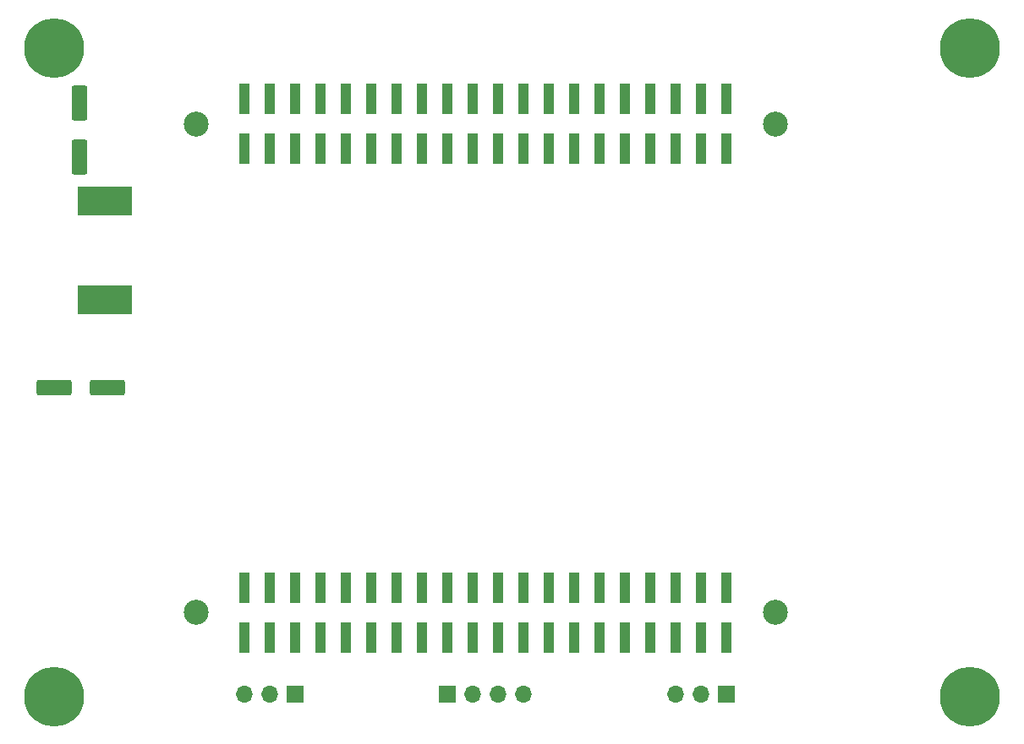
<source format=gts>
%TF.GenerationSoftware,KiCad,Pcbnew,(6.0.5)*%
%TF.CreationDate,2022-06-02T10:53:14+02:00*%
%TF.ProjectId,Helios-Display,48656c69-6f73-42d4-9469-73706c61792e,5*%
%TF.SameCoordinates,Original*%
%TF.FileFunction,Soldermask,Top*%
%TF.FilePolarity,Negative*%
%FSLAX46Y46*%
G04 Gerber Fmt 4.6, Leading zero omitted, Abs format (unit mm)*
G04 Created by KiCad (PCBNEW (6.0.5)) date 2022-06-02 10:53:14*
%MOMM*%
%LPD*%
G01*
G04 APERTURE LIST*
G04 Aperture macros list*
%AMRoundRect*
0 Rectangle with rounded corners*
0 $1 Rounding radius*
0 $2 $3 $4 $5 $6 $7 $8 $9 X,Y pos of 4 corners*
0 Add a 4 corners polygon primitive as box body*
4,1,4,$2,$3,$4,$5,$6,$7,$8,$9,$2,$3,0*
0 Add four circle primitives for the rounded corners*
1,1,$1+$1,$2,$3*
1,1,$1+$1,$4,$5*
1,1,$1+$1,$6,$7*
1,1,$1+$1,$8,$9*
0 Add four rect primitives between the rounded corners*
20,1,$1+$1,$2,$3,$4,$5,0*
20,1,$1+$1,$4,$5,$6,$7,0*
20,1,$1+$1,$6,$7,$8,$9,0*
20,1,$1+$1,$8,$9,$2,$3,0*%
G04 Aperture macros list end*
%ADD10C,0.800000*%
%ADD11C,6.000000*%
%ADD12R,1.700000X1.700000*%
%ADD13O,1.700000X1.700000*%
%ADD14RoundRect,0.250000X1.500000X0.550000X-1.500000X0.550000X-1.500000X-0.550000X1.500000X-0.550000X0*%
%ADD15C,2.500000*%
%ADD16R,1.000000X3.150000*%
%ADD17RoundRect,0.250000X-0.550000X1.500000X-0.550000X-1.500000X0.550000X-1.500000X0.550000X1.500000X0*%
%ADD18R,5.400000X2.900000*%
G04 APERTURE END LIST*
D10*
X101890000Y-141224000D03*
X106390000Y-141224000D03*
X105730990Y-142814990D03*
X102549010Y-142814990D03*
X104140000Y-138974000D03*
X105730990Y-139633010D03*
X102549010Y-139633010D03*
X104140000Y-143474000D03*
D11*
X104140000Y-141224000D03*
D12*
X171450000Y-140970000D03*
D13*
X168910000Y-140970000D03*
X166370000Y-140970000D03*
D12*
X128255000Y-140970000D03*
D13*
X125715000Y-140970000D03*
X123175000Y-140970000D03*
D14*
X109474000Y-110236000D03*
X104074000Y-110236000D03*
D15*
X176320000Y-132820000D03*
X118320000Y-132820000D03*
D16*
X123190000Y-86345000D03*
X123190000Y-81295000D03*
X125730000Y-86345000D03*
X125730000Y-81295000D03*
X128270000Y-86345000D03*
X128270000Y-81295000D03*
X130810000Y-86345000D03*
X130810000Y-81295000D03*
X133350000Y-86345000D03*
X133350000Y-81295000D03*
X135890000Y-86345000D03*
X135890000Y-81295000D03*
X138430000Y-86345000D03*
X138430000Y-81295000D03*
X140970000Y-86345000D03*
X140970000Y-81295000D03*
X143510000Y-86345000D03*
X143510000Y-81295000D03*
X146050000Y-86345000D03*
X146050000Y-81295000D03*
X148590000Y-86345000D03*
X148590000Y-81295000D03*
X151130000Y-86345000D03*
X151130000Y-81295000D03*
X153670000Y-86345000D03*
X153670000Y-81295000D03*
X156210000Y-86345000D03*
X156210000Y-81295000D03*
X158750000Y-86345000D03*
X158750000Y-81295000D03*
X161290000Y-86345000D03*
X161290000Y-81295000D03*
X163830000Y-86345000D03*
X163830000Y-81295000D03*
X166370000Y-86345000D03*
X166370000Y-81295000D03*
X168910000Y-86345000D03*
X168910000Y-81295000D03*
X171450000Y-86345000D03*
X171450000Y-81295000D03*
D15*
X118320000Y-83820000D03*
D17*
X106680000Y-81755000D03*
X106680000Y-87155000D03*
D16*
X123190000Y-130295000D03*
X123190000Y-135345000D03*
X125730000Y-130295000D03*
X125730000Y-135345000D03*
X128270000Y-130295000D03*
X128270000Y-135345000D03*
X130810000Y-130295000D03*
X130810000Y-135345000D03*
X133350000Y-130295000D03*
X133350000Y-135345000D03*
X135890000Y-130295000D03*
X135890000Y-135345000D03*
X138430000Y-130295000D03*
X138430000Y-135345000D03*
X140970000Y-130295000D03*
X140970000Y-135345000D03*
X143510000Y-130295000D03*
X143510000Y-135345000D03*
X146050000Y-130295000D03*
X146050000Y-135345000D03*
X148590000Y-130295000D03*
X148590000Y-135345000D03*
X151130000Y-130295000D03*
X151130000Y-135345000D03*
X153670000Y-130295000D03*
X153670000Y-135345000D03*
X156210000Y-130295000D03*
X156210000Y-135345000D03*
X158750000Y-130295000D03*
X158750000Y-135345000D03*
X161290000Y-130295000D03*
X161290000Y-135345000D03*
X163830000Y-130295000D03*
X163830000Y-135345000D03*
X166370000Y-130295000D03*
X166370000Y-135345000D03*
X168910000Y-130295000D03*
X168910000Y-135345000D03*
X171450000Y-130295000D03*
X171450000Y-135345000D03*
D18*
X109220000Y-91570000D03*
X109220000Y-101470000D03*
D15*
X176320000Y-83820000D03*
D12*
X143520000Y-140970000D03*
D13*
X146060000Y-140970000D03*
X148600000Y-140970000D03*
X151140000Y-140970000D03*
D10*
X105730990Y-74609010D03*
D11*
X104140000Y-76200000D03*
D10*
X102549010Y-74609010D03*
X104140000Y-73950000D03*
X101890000Y-76200000D03*
X106390000Y-76200000D03*
X102549010Y-77790990D03*
X105730990Y-77790990D03*
X104140000Y-78450000D03*
X197424990Y-139633010D03*
X194243010Y-139633010D03*
X198084000Y-141224000D03*
X193584000Y-141224000D03*
X195834000Y-143474000D03*
X194243010Y-142814990D03*
X195834000Y-138974000D03*
D11*
X195834000Y-141224000D03*
D10*
X197424990Y-142814990D03*
D11*
X195834000Y-76200000D03*
D10*
X197424990Y-74609010D03*
X195834000Y-73950000D03*
X194243010Y-74609010D03*
X198084000Y-76200000D03*
X197424990Y-77790990D03*
X194243010Y-77790990D03*
X195834000Y-78450000D03*
X193584000Y-76200000D03*
M02*

</source>
